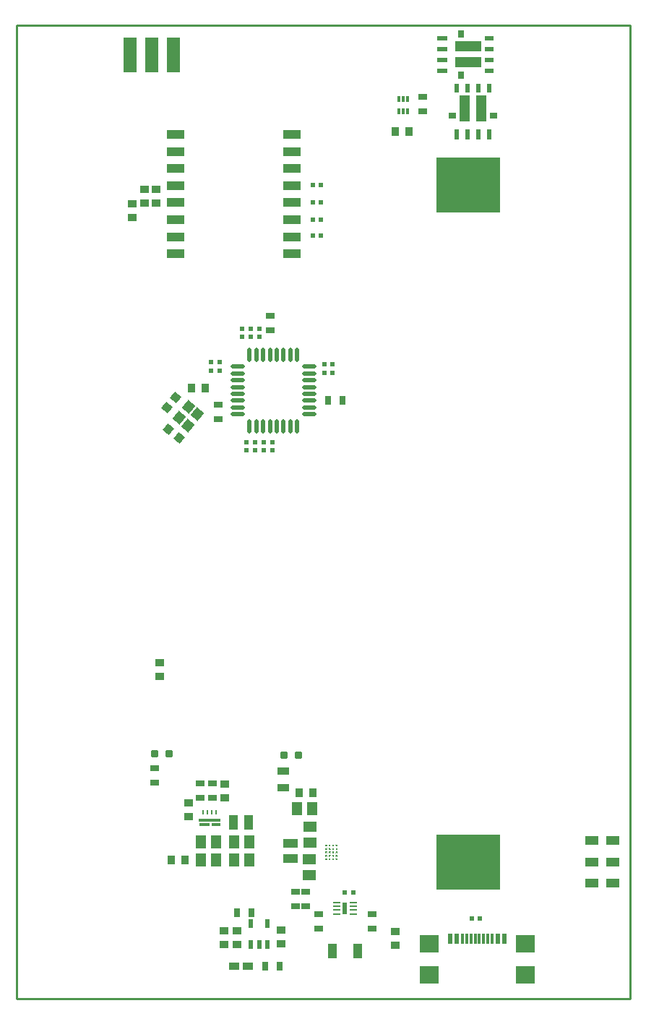
<source format=gtp>
G04*
G04 #@! TF.GenerationSoftware,Altium Limited,Altium Designer,18.1.7 (191)*
G04*
G04 Layer_Color=8421504*
%FSLAX25Y25*%
%MOIN*%
G70*
G01*
G75*
%ADD14C,0.01000*%
%ADD22C,0.00197*%
%ADD23R,0.04900X0.12100*%
%ADD24R,0.03400X0.02800*%
%ADD25R,0.03500X0.02800*%
%ADD26R,0.12100X0.04900*%
%ADD27R,0.02800X0.03400*%
%ADD28R,0.02800X0.03500*%
%ADD29C,0.00906*%
%ADD30R,0.02402X0.04016*%
%ADD31R,0.02402X0.05000*%
%ADD32R,0.01181X0.02795*%
%ADD33R,0.02362X0.04331*%
%ADD34O,0.03347X0.00984*%
%ADD35R,0.02362X0.05315*%
%ADD36R,0.05118X0.01575*%
%ADD37R,0.03937X0.01575*%
%ADD38R,0.09843X0.01378*%
%ADD39R,0.00984X0.02362*%
%ADD40R,0.07874X0.03937*%
%ADD41R,0.04134X0.06890*%
%ADD42R,0.05709X0.03740*%
%ADD43R,0.03937X0.03150*%
%ADD44R,0.02244X0.02441*%
%ADD45R,0.05984X0.15984*%
%ADD46R,0.04528X0.03347*%
G04:AMPARAMS|DCode=47|XSize=31.5mil|YSize=31.5mil|CornerRadius=3.94mil|HoleSize=0mil|Usage=FLASHONLY|Rotation=180.000|XOffset=0mil|YOffset=0mil|HoleType=Round|Shape=RoundedRectangle|*
%AMROUNDEDRECTD47*
21,1,0.03150,0.02362,0,0,180.0*
21,1,0.02362,0.03150,0,0,180.0*
1,1,0.00787,-0.01181,0.01181*
1,1,0.00787,0.01181,0.01181*
1,1,0.00787,0.01181,-0.01181*
1,1,0.00787,-0.01181,-0.01181*
%
%ADD47ROUNDEDRECTD47*%
%ADD48R,0.06299X0.03937*%
%ADD49R,0.04291X0.06850*%
%ADD50R,0.03740X0.03937*%
%ADD51R,0.02362X0.04528*%
%ADD52R,0.01181X0.04528*%
%ADD53R,0.08583X0.07874*%
G04:AMPARAMS|DCode=54|XSize=47.24mil|YSize=43.31mil|CornerRadius=0mil|HoleSize=0mil|Usage=FLASHONLY|Rotation=230.000|XOffset=0mil|YOffset=0mil|HoleType=Round|Shape=Rectangle|*
%AMROTATEDRECTD54*
4,1,4,-0.00140,0.03201,0.03177,0.00418,0.00140,-0.03201,-0.03177,-0.00418,-0.00140,0.03201,0.0*
%
%ADD54ROTATEDRECTD54*%

%ADD55R,0.06496X0.05118*%
%ADD56O,0.02165X0.06496*%
%ADD57O,0.06496X0.02165*%
%ADD58R,0.29370X0.25472*%
%ADD59R,0.03937X0.03740*%
G04:AMPARAMS|DCode=60|XSize=39.37mil|YSize=37.4mil|CornerRadius=0mil|HoleSize=0mil|Usage=FLASHONLY|Rotation=140.000|XOffset=0mil|YOffset=0mil|HoleType=Round|Shape=Rectangle|*
%AMROTATEDRECTD60*
4,1,4,0.02710,0.00167,0.00306,-0.02698,-0.02710,-0.00167,-0.00306,0.02698,0.02710,0.00167,0.0*
%
%ADD60ROTATEDRECTD60*%

G04:AMPARAMS|DCode=61|XSize=39.37mil|YSize=37.4mil|CornerRadius=0mil|HoleSize=0mil|Usage=FLASHONLY|Rotation=50.000|XOffset=0mil|YOffset=0mil|HoleType=Round|Shape=Rectangle|*
%AMROTATEDRECTD61*
4,1,4,0.00167,-0.02710,-0.02698,-0.00306,-0.00167,0.02710,0.02698,0.00306,0.00167,-0.02710,0.0*
%
%ADD61ROTATEDRECTD61*%

%ADD62R,0.05118X0.06496*%
%ADD63R,0.06850X0.04291*%
%ADD64R,0.04016X0.02402*%
%ADD65R,0.05000X0.02402*%
%ADD66R,0.03150X0.03937*%
%ADD67R,0.02441X0.02244*%
D14*
X28500Y-500D02*
Y448500D01*
Y-500D02*
X28800D01*
X311500D01*
X311500Y448500D02*
X311500Y-500D01*
X28500Y448500D02*
X311500D01*
D22*
X171744Y64071D02*
G03*
X171744Y64071I-98J0D01*
G01*
X171154Y63480D02*
G03*
X171154Y63480I-98J0D01*
G01*
X171154Y64071D02*
G03*
X171154Y64071I-98J0D01*
G01*
X171744Y63480D02*
G03*
X171744Y63480I-98J0D01*
G01*
X173319D02*
G03*
X173319Y63480I-98J0D01*
G01*
X172728Y64071D02*
G03*
X172728Y64071I-98J0D01*
G01*
X172728Y63480D02*
G03*
X172728Y63480I-98J0D01*
G01*
X173319Y64071D02*
G03*
X173319Y64071I-98J0D01*
G01*
X174894Y63480D02*
G03*
X174894Y63480I-98J0D01*
G01*
X174303Y64071D02*
G03*
X174303Y64071I-98J0D01*
G01*
X174303Y63480D02*
G03*
X174303Y63480I-98J0D01*
G01*
X174894Y64071D02*
G03*
X174894Y64071I-98J0D01*
G01*
X176469Y63480D02*
G03*
X176469Y63480I-98J0D01*
G01*
X175878Y64071D02*
G03*
X175878Y64071I-98J0D01*
G01*
X175878Y63480D02*
G03*
X175878Y63480I-98J0D01*
G01*
X176469Y64071D02*
G03*
X176469Y64071I-98J0D01*
G01*
X171744Y65646D02*
G03*
X171744Y65646I-98J0D01*
G01*
X171153Y65055D02*
G03*
X171153Y65055I-98J0D01*
G01*
X171154Y65646D02*
G03*
X171154Y65646I-98J0D01*
G01*
X171744Y65055D02*
G03*
X171744Y65055I-98J0D01*
G01*
X173319Y65055D02*
G03*
X173319Y65055I-98J0D01*
G01*
X172728Y65646D02*
G03*
X172728Y65646I-98J0D01*
G01*
X172728Y65055D02*
G03*
X172728Y65055I-98J0D01*
G01*
X173319Y65646D02*
G03*
X173319Y65646I-98J0D01*
G01*
X174894Y65055D02*
G03*
X174894Y65055I-98J0D01*
G01*
X174303Y65646D02*
G03*
X174303Y65646I-98J0D01*
G01*
X174303Y65055D02*
G03*
X174303Y65055I-98J0D01*
G01*
X174894Y65646D02*
G03*
X174894Y65646I-98J0D01*
G01*
X176469Y65055D02*
G03*
X176469Y65055I-98J0D01*
G01*
X175878Y65646D02*
G03*
X175878Y65646I-98J0D01*
G01*
Y65055D02*
G03*
X175878Y65055I-98J0D01*
G01*
X176469Y65646D02*
G03*
X176469Y65646I-98J0D01*
G01*
X171744Y67220D02*
G03*
X171744Y67220I-98J0D01*
G01*
X171153Y66630D02*
G03*
X171153Y66630I-98J0D01*
G01*
X171154Y67220D02*
G03*
X171154Y67220I-98J0D01*
G01*
X171744Y66630D02*
G03*
X171744Y66630I-98J0D01*
G01*
X173319Y66630D02*
G03*
X173319Y66630I-98J0D01*
G01*
X172728Y67220D02*
G03*
X172728Y67220I-98J0D01*
G01*
Y66630D02*
G03*
X172728Y66630I-98J0D01*
G01*
X173319Y67220D02*
G03*
X173319Y67220I-98J0D01*
G01*
X174894Y66630D02*
G03*
X174894Y66630I-98J0D01*
G01*
X174303Y67220D02*
G03*
X174303Y67220I-98J0D01*
G01*
X174303Y66630D02*
G03*
X174303Y66630I-98J0D01*
G01*
X174894Y67220D02*
G03*
X174894Y67220I-98J0D01*
G01*
X176469Y66630D02*
G03*
X176469Y66630I-98J0D01*
G01*
X175878Y67220D02*
G03*
X175878Y67220I-98J0D01*
G01*
X175878Y66630D02*
G03*
X175878Y66630I-98J0D01*
G01*
X176469Y67220D02*
G03*
X176469Y67220I-98J0D01*
G01*
X171744Y68795D02*
G03*
X171744Y68795I-98J0D01*
G01*
X171153Y68205D02*
G03*
X171153Y68205I-98J0D01*
G01*
X171154Y68795D02*
G03*
X171154Y68795I-98J0D01*
G01*
X171744Y68205D02*
G03*
X171744Y68205I-98J0D01*
G01*
X173319Y68205D02*
G03*
X173319Y68205I-98J0D01*
G01*
X172728Y68795D02*
G03*
X172728Y68795I-98J0D01*
G01*
X172728Y68205D02*
G03*
X172728Y68205I-98J0D01*
G01*
X173319Y68795D02*
G03*
X173319Y68795I-98J0D01*
G01*
X174894Y68205D02*
G03*
X174894Y68205I-98J0D01*
G01*
X174303Y68795D02*
G03*
X174303Y68795I-98J0D01*
G01*
X174303Y68205D02*
G03*
X174303Y68205I-98J0D01*
G01*
X174894Y68795D02*
G03*
X174894Y68795I-98J0D01*
G01*
X176469Y68205D02*
G03*
X176469Y68205I-98J0D01*
G01*
X175878Y68795D02*
G03*
X175878Y68795I-98J0D01*
G01*
X175878Y68205D02*
G03*
X175878Y68205I-98J0D01*
G01*
X176469Y68795D02*
G03*
X176469Y68795I-98J0D01*
G01*
X171744Y70370D02*
G03*
X171744Y70370I-98J0D01*
G01*
X171153Y69779D02*
G03*
X171153Y69779I-98J0D01*
G01*
X171154Y70370D02*
G03*
X171154Y70370I-98J0D01*
G01*
X171744Y69779D02*
G03*
X171744Y69779I-98J0D01*
G01*
X173319D02*
G03*
X173319Y69779I-98J0D01*
G01*
X172728Y70370D02*
G03*
X172728Y70370I-98J0D01*
G01*
X172728Y69779D02*
G03*
X172728Y69779I-98J0D01*
G01*
X173319Y70370D02*
G03*
X173319Y70370I-98J0D01*
G01*
X174894Y69779D02*
G03*
X174894Y69779I-98J0D01*
G01*
X174303Y70370D02*
G03*
X174303Y70370I-98J0D01*
G01*
X174303Y69779D02*
G03*
X174303Y69779I-98J0D01*
G01*
X174894Y70370D02*
G03*
X174894Y70370I-98J0D01*
G01*
X176469Y69779D02*
G03*
X176469Y69779I-98J0D01*
G01*
X175878Y70370D02*
G03*
X175878Y70370I-98J0D01*
G01*
X175878Y69779D02*
G03*
X175878Y69779I-98J0D01*
G01*
X176469Y70370D02*
G03*
X176469Y70370I-98J0D01*
G01*
D23*
X235250Y409950D02*
D03*
X242750Y409950D02*
D03*
D24*
X229600Y406700D02*
D03*
D25*
X248450Y406700D02*
D03*
D26*
X236950Y438750D02*
D03*
Y431250D02*
D03*
D27*
X233700Y444400D02*
D03*
D28*
Y425550D02*
D03*
D29*
X176075Y63776D02*
D03*
X174500Y63776D02*
D03*
X172925Y63776D02*
D03*
X171350Y63776D02*
D03*
X176075Y65350D02*
D03*
X174500D02*
D03*
X172925Y65350D02*
D03*
X171350Y65350D02*
D03*
X176075Y66925D02*
D03*
X174500Y66925D02*
D03*
X172925Y66925D02*
D03*
X171350Y66925D02*
D03*
X176075Y68500D02*
D03*
X174500Y68500D02*
D03*
X172925Y68500D02*
D03*
X171350D02*
D03*
X176075Y70075D02*
D03*
X174500Y70075D02*
D03*
X172925Y70075D02*
D03*
X171350Y70075D02*
D03*
D30*
X246480Y419484D02*
D03*
X241559Y419484D02*
D03*
X236539Y419484D02*
D03*
X231520Y419484D02*
D03*
D31*
X231520Y397969D02*
D03*
X246480D02*
D03*
X236539Y397969D02*
D03*
X241559Y397969D02*
D03*
D32*
X208968Y408665D02*
D03*
X207000Y408665D02*
D03*
X205031Y408665D02*
D03*
Y414335D02*
D03*
X207000Y414335D02*
D03*
X208968Y414335D02*
D03*
D33*
X136697Y34012D02*
D03*
X144177Y34012D02*
D03*
X144177Y24563D02*
D03*
X140437Y24563D02*
D03*
X136697Y24563D02*
D03*
D34*
X176260Y38543D02*
D03*
X176260Y40314D02*
D03*
X176260Y42086D02*
D03*
Y43857D02*
D03*
X183740Y43857D02*
D03*
X183740Y42086D02*
D03*
X183740Y40314D02*
D03*
Y38543D02*
D03*
D35*
X180000Y41200D02*
D03*
D36*
X115138Y79642D02*
D03*
D37*
X120453D02*
D03*
D38*
X117500Y81709D02*
D03*
D39*
X120453Y85311D02*
D03*
X118484Y85311D02*
D03*
X116516Y85311D02*
D03*
X114547Y85311D02*
D03*
D40*
X155500Y343000D02*
D03*
X155500Y350874D02*
D03*
X155500Y358748D02*
D03*
Y366622D02*
D03*
X155500Y374496D02*
D03*
X155500Y382370D02*
D03*
X155500Y390244D02*
D03*
X155500Y398118D02*
D03*
X101957Y343000D02*
D03*
X101957Y398118D02*
D03*
X101957Y390244D02*
D03*
X101957Y382370D02*
D03*
X101957Y374496D02*
D03*
X101957Y366622D02*
D03*
X101957Y358748D02*
D03*
Y350874D02*
D03*
D41*
X185906Y21500D02*
D03*
X174094D02*
D03*
D42*
X151600Y96663D02*
D03*
Y104537D02*
D03*
D43*
X162000Y41954D02*
D03*
Y48647D02*
D03*
X145500Y314347D02*
D03*
X145500Y307653D02*
D03*
X121500Y273346D02*
D03*
Y266653D02*
D03*
X119000Y98614D02*
D03*
X119000Y91921D02*
D03*
X216000Y408654D02*
D03*
X216000Y415346D02*
D03*
X113319Y91921D02*
D03*
X113319Y98614D02*
D03*
X92200Y105646D02*
D03*
X92200Y98954D02*
D03*
X192500Y31807D02*
D03*
Y38500D02*
D03*
X168000Y31807D02*
D03*
Y38500D02*
D03*
X157100Y48646D02*
D03*
Y41954D02*
D03*
D44*
X183740Y48400D02*
D03*
X179961D02*
D03*
X170500Y288000D02*
D03*
X174279Y288000D02*
D03*
X170500Y292000D02*
D03*
X174279Y292000D02*
D03*
X165110Y351319D02*
D03*
X168890Y351319D02*
D03*
X165110Y358819D02*
D03*
X168890D02*
D03*
X165110Y366819D02*
D03*
X168890D02*
D03*
X165110Y374819D02*
D03*
X168890Y374819D02*
D03*
X122071Y293000D02*
D03*
X118291Y293000D02*
D03*
X122071Y289000D02*
D03*
X118291Y289000D02*
D03*
X238610Y36500D02*
D03*
X242390D02*
D03*
D45*
X101000Y434642D02*
D03*
X81000D02*
D03*
X91000D02*
D03*
D46*
X135150Y14500D02*
D03*
X128850D02*
D03*
D47*
X92353Y112300D02*
D03*
X99046Y112300D02*
D03*
X151953Y111800D02*
D03*
X158647Y111800D02*
D03*
D48*
X294051Y52658D02*
D03*
Y62500D02*
D03*
Y72342D02*
D03*
X303500D02*
D03*
Y62500D02*
D03*
Y52658D02*
D03*
D49*
X135484Y80768D02*
D03*
X128516Y80768D02*
D03*
D50*
X99850Y63268D02*
D03*
X106150Y63268D02*
D03*
X203350Y399500D02*
D03*
X209650D02*
D03*
X115650Y281000D02*
D03*
X109350Y281000D02*
D03*
X158850Y94500D02*
D03*
X165150Y94500D02*
D03*
D51*
X253650Y26932D02*
D03*
X250500D02*
D03*
X231594D02*
D03*
X228445D02*
D03*
D52*
X247942D02*
D03*
X245974D02*
D03*
X244005D02*
D03*
X242037D02*
D03*
X240069D02*
D03*
X238100D02*
D03*
X236132D02*
D03*
X234154D02*
D03*
D53*
X263301Y10318D02*
D03*
X218947D02*
D03*
X219045Y24590D02*
D03*
X263202D02*
D03*
D54*
X107778Y272543D02*
D03*
X103476Y267416D02*
D03*
X112000Y269000D02*
D03*
X107698Y263873D02*
D03*
D55*
X163700Y56513D02*
D03*
Y63600D02*
D03*
X163900Y78587D02*
D03*
X163900Y71500D02*
D03*
D56*
X135976Y296535D02*
D03*
X139126Y296535D02*
D03*
X142276Y296535D02*
D03*
X145425Y296535D02*
D03*
X148575Y296535D02*
D03*
X151724Y296535D02*
D03*
X154874Y296535D02*
D03*
X158024Y296535D02*
D03*
X158024Y263465D02*
D03*
X154874Y263465D02*
D03*
X151724D02*
D03*
X148575Y263465D02*
D03*
X145425Y263465D02*
D03*
X142276Y263465D02*
D03*
X139126D02*
D03*
X135976D02*
D03*
D57*
X163535Y291024D02*
D03*
X163535Y287874D02*
D03*
X163535Y284724D02*
D03*
X163535Y281575D02*
D03*
X163535Y278425D02*
D03*
X163535Y275276D02*
D03*
X163535Y272126D02*
D03*
X163535Y268976D02*
D03*
X130465Y268976D02*
D03*
Y272126D02*
D03*
X130465Y275276D02*
D03*
X130465Y278425D02*
D03*
X130465Y281575D02*
D03*
X130465Y284724D02*
D03*
Y287874D02*
D03*
X130465Y291024D02*
D03*
D58*
X237004Y62508D02*
D03*
X237004Y374870D02*
D03*
D59*
X93000Y372650D02*
D03*
Y366350D02*
D03*
X87500Y372650D02*
D03*
Y366350D02*
D03*
X130177Y30811D02*
D03*
X130177Y24512D02*
D03*
X150602Y31012D02*
D03*
X150602Y24713D02*
D03*
X108000Y83350D02*
D03*
X108000Y89650D02*
D03*
X124500Y92118D02*
D03*
X124500Y98417D02*
D03*
X81772Y359850D02*
D03*
Y366150D02*
D03*
X94500Y148150D02*
D03*
X94500Y154450D02*
D03*
X124177Y30811D02*
D03*
X124177Y24512D02*
D03*
X203102Y30512D02*
D03*
X203102Y24213D02*
D03*
D60*
X102024Y276913D02*
D03*
X97975Y272087D02*
D03*
D61*
X103413Y257976D02*
D03*
X98587Y262024D02*
D03*
D62*
X165000Y87000D02*
D03*
X157913Y87000D02*
D03*
X113504Y63315D02*
D03*
X120590D02*
D03*
X113547Y71815D02*
D03*
X120634Y71815D02*
D03*
X136043Y63268D02*
D03*
X128957Y63268D02*
D03*
X136043Y71768D02*
D03*
X128957Y71768D02*
D03*
D63*
X154900Y64016D02*
D03*
X154900Y70984D02*
D03*
D64*
X246484Y427520D02*
D03*
Y432441D02*
D03*
Y437461D02*
D03*
Y442480D02*
D03*
D65*
X224969D02*
D03*
Y427520D02*
D03*
Y437461D02*
D03*
Y432441D02*
D03*
D66*
X178874Y275500D02*
D03*
X172181Y275500D02*
D03*
X143154Y14500D02*
D03*
X149846Y14500D02*
D03*
X136846Y39000D02*
D03*
X130154Y39000D02*
D03*
D67*
X140500Y304610D02*
D03*
X140500Y308390D02*
D03*
X136500Y304610D02*
D03*
X136500Y308390D02*
D03*
X132500Y304610D02*
D03*
Y308390D02*
D03*
X134500Y256071D02*
D03*
X134500Y252291D02*
D03*
X138500Y256071D02*
D03*
Y252291D02*
D03*
X142500Y256071D02*
D03*
Y252291D02*
D03*
X146500Y256071D02*
D03*
Y252291D02*
D03*
M02*

</source>
